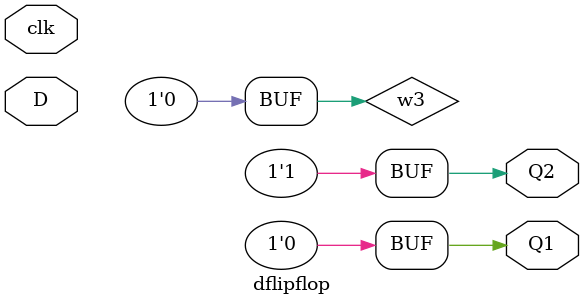
<source format=v>
`timescale 1ns / 1ps


module dflipflop(input D,input clk,output Q1,output Q2);
   wire w1,w2,w3;
   assign Q1=1'b0;
   assign Q2=1'b1;
   not(w1,D);
   and(w2,clk,w1);
   and(w3,clk,D);
   nor(Q1,w2,Q2);
   nor(Q2,w3,Q1);
   
endmodule

</source>
